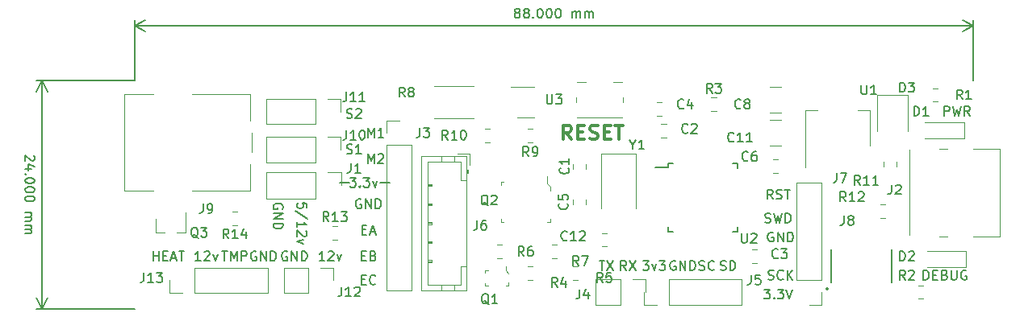
<source format=gbr>
G04 #@! TF.GenerationSoftware,KiCad,Pcbnew,5.1.5-52549c5~84~ubuntu18.04.1*
G04 #@! TF.CreationDate,2020-03-24T02:11:58-07:00*
G04 #@! TF.ProjectId,motor-control,6d6f746f-722d-4636-9f6e-74726f6c2e6b,rev?*
G04 #@! TF.SameCoordinates,Original*
G04 #@! TF.FileFunction,Legend,Top*
G04 #@! TF.FilePolarity,Positive*
%FSLAX46Y46*%
G04 Gerber Fmt 4.6, Leading zero omitted, Abs format (unit mm)*
G04 Created by KiCad (PCBNEW 5.1.5-52549c5~84~ubuntu18.04.1) date 2020-03-24 02:11:58*
%MOMM*%
%LPD*%
G04 APERTURE LIST*
%ADD10C,0.150000*%
%ADD11C,0.200000*%
%ADD12C,0.300000*%
%ADD13C,0.120000*%
%ADD14C,0.100000*%
%ADD15C,0.127000*%
G04 APERTURE END LIST*
D10*
X140047619Y-42830952D02*
X139952380Y-42783333D01*
X139904761Y-42735714D01*
X139857142Y-42640476D01*
X139857142Y-42592857D01*
X139904761Y-42497619D01*
X139952380Y-42450000D01*
X140047619Y-42402380D01*
X140238095Y-42402380D01*
X140333333Y-42450000D01*
X140380952Y-42497619D01*
X140428571Y-42592857D01*
X140428571Y-42640476D01*
X140380952Y-42735714D01*
X140333333Y-42783333D01*
X140238095Y-42830952D01*
X140047619Y-42830952D01*
X139952380Y-42878571D01*
X139904761Y-42926190D01*
X139857142Y-43021428D01*
X139857142Y-43211904D01*
X139904761Y-43307142D01*
X139952380Y-43354761D01*
X140047619Y-43402380D01*
X140238095Y-43402380D01*
X140333333Y-43354761D01*
X140380952Y-43307142D01*
X140428571Y-43211904D01*
X140428571Y-43021428D01*
X140380952Y-42926190D01*
X140333333Y-42878571D01*
X140238095Y-42830952D01*
X141000000Y-42830952D02*
X140904761Y-42783333D01*
X140857142Y-42735714D01*
X140809523Y-42640476D01*
X140809523Y-42592857D01*
X140857142Y-42497619D01*
X140904761Y-42450000D01*
X141000000Y-42402380D01*
X141190476Y-42402380D01*
X141285714Y-42450000D01*
X141333333Y-42497619D01*
X141380952Y-42592857D01*
X141380952Y-42640476D01*
X141333333Y-42735714D01*
X141285714Y-42783333D01*
X141190476Y-42830952D01*
X141000000Y-42830952D01*
X140904761Y-42878571D01*
X140857142Y-42926190D01*
X140809523Y-43021428D01*
X140809523Y-43211904D01*
X140857142Y-43307142D01*
X140904761Y-43354761D01*
X141000000Y-43402380D01*
X141190476Y-43402380D01*
X141285714Y-43354761D01*
X141333333Y-43307142D01*
X141380952Y-43211904D01*
X141380952Y-43021428D01*
X141333333Y-42926190D01*
X141285714Y-42878571D01*
X141190476Y-42830952D01*
X141809523Y-43307142D02*
X141857142Y-43354761D01*
X141809523Y-43402380D01*
X141761904Y-43354761D01*
X141809523Y-43307142D01*
X141809523Y-43402380D01*
X142476190Y-42402380D02*
X142571428Y-42402380D01*
X142666666Y-42450000D01*
X142714285Y-42497619D01*
X142761904Y-42592857D01*
X142809523Y-42783333D01*
X142809523Y-43021428D01*
X142761904Y-43211904D01*
X142714285Y-43307142D01*
X142666666Y-43354761D01*
X142571428Y-43402380D01*
X142476190Y-43402380D01*
X142380952Y-43354761D01*
X142333333Y-43307142D01*
X142285714Y-43211904D01*
X142238095Y-43021428D01*
X142238095Y-42783333D01*
X142285714Y-42592857D01*
X142333333Y-42497619D01*
X142380952Y-42450000D01*
X142476190Y-42402380D01*
X143428571Y-42402380D02*
X143523809Y-42402380D01*
X143619047Y-42450000D01*
X143666666Y-42497619D01*
X143714285Y-42592857D01*
X143761904Y-42783333D01*
X143761904Y-43021428D01*
X143714285Y-43211904D01*
X143666666Y-43307142D01*
X143619047Y-43354761D01*
X143523809Y-43402380D01*
X143428571Y-43402380D01*
X143333333Y-43354761D01*
X143285714Y-43307142D01*
X143238095Y-43211904D01*
X143190476Y-43021428D01*
X143190476Y-42783333D01*
X143238095Y-42592857D01*
X143285714Y-42497619D01*
X143333333Y-42450000D01*
X143428571Y-42402380D01*
X144380952Y-42402380D02*
X144476190Y-42402380D01*
X144571428Y-42450000D01*
X144619047Y-42497619D01*
X144666666Y-42592857D01*
X144714285Y-42783333D01*
X144714285Y-43021428D01*
X144666666Y-43211904D01*
X144619047Y-43307142D01*
X144571428Y-43354761D01*
X144476190Y-43402380D01*
X144380952Y-43402380D01*
X144285714Y-43354761D01*
X144238095Y-43307142D01*
X144190476Y-43211904D01*
X144142857Y-43021428D01*
X144142857Y-42783333D01*
X144190476Y-42592857D01*
X144238095Y-42497619D01*
X144285714Y-42450000D01*
X144380952Y-42402380D01*
X145904761Y-43402380D02*
X145904761Y-42735714D01*
X145904761Y-42830952D02*
X145952380Y-42783333D01*
X146047619Y-42735714D01*
X146190476Y-42735714D01*
X146285714Y-42783333D01*
X146333333Y-42878571D01*
X146333333Y-43402380D01*
X146333333Y-42878571D02*
X146380952Y-42783333D01*
X146476190Y-42735714D01*
X146619047Y-42735714D01*
X146714285Y-42783333D01*
X146761904Y-42878571D01*
X146761904Y-43402380D01*
X147238095Y-43402380D02*
X147238095Y-42735714D01*
X147238095Y-42830952D02*
X147285714Y-42783333D01*
X147380952Y-42735714D01*
X147523809Y-42735714D01*
X147619047Y-42783333D01*
X147666666Y-42878571D01*
X147666666Y-43402380D01*
X147666666Y-42878571D02*
X147714285Y-42783333D01*
X147809523Y-42735714D01*
X147952380Y-42735714D01*
X148047619Y-42783333D01*
X148095238Y-42878571D01*
X148095238Y-43402380D01*
X100000000Y-44250000D02*
X188000000Y-44250000D01*
X100000000Y-50000000D02*
X100000000Y-43663579D01*
X188000000Y-50000000D02*
X188000000Y-43663579D01*
X188000000Y-44250000D02*
X186873496Y-44836421D01*
X188000000Y-44250000D02*
X186873496Y-43663579D01*
X100000000Y-44250000D02*
X101126504Y-44836421D01*
X100000000Y-44250000D02*
X101126504Y-43663579D01*
X89402380Y-57857142D02*
X89450000Y-57904761D01*
X89497619Y-58000000D01*
X89497619Y-58238095D01*
X89450000Y-58333333D01*
X89402380Y-58380952D01*
X89307142Y-58428571D01*
X89211904Y-58428571D01*
X89069047Y-58380952D01*
X88497619Y-57809523D01*
X88497619Y-58428571D01*
X89164285Y-59285714D02*
X88497619Y-59285714D01*
X89545238Y-59047619D02*
X88830952Y-58809523D01*
X88830952Y-59428571D01*
X88592857Y-59809523D02*
X88545238Y-59857142D01*
X88497619Y-59809523D01*
X88545238Y-59761904D01*
X88592857Y-59809523D01*
X88497619Y-59809523D01*
X89497619Y-60476190D02*
X89497619Y-60571428D01*
X89450000Y-60666666D01*
X89402380Y-60714285D01*
X89307142Y-60761904D01*
X89116666Y-60809523D01*
X88878571Y-60809523D01*
X88688095Y-60761904D01*
X88592857Y-60714285D01*
X88545238Y-60666666D01*
X88497619Y-60571428D01*
X88497619Y-60476190D01*
X88545238Y-60380952D01*
X88592857Y-60333333D01*
X88688095Y-60285714D01*
X88878571Y-60238095D01*
X89116666Y-60238095D01*
X89307142Y-60285714D01*
X89402380Y-60333333D01*
X89450000Y-60380952D01*
X89497619Y-60476190D01*
X89497619Y-61428571D02*
X89497619Y-61523809D01*
X89450000Y-61619047D01*
X89402380Y-61666666D01*
X89307142Y-61714285D01*
X89116666Y-61761904D01*
X88878571Y-61761904D01*
X88688095Y-61714285D01*
X88592857Y-61666666D01*
X88545238Y-61619047D01*
X88497619Y-61523809D01*
X88497619Y-61428571D01*
X88545238Y-61333333D01*
X88592857Y-61285714D01*
X88688095Y-61238095D01*
X88878571Y-61190476D01*
X89116666Y-61190476D01*
X89307142Y-61238095D01*
X89402380Y-61285714D01*
X89450000Y-61333333D01*
X89497619Y-61428571D01*
X89497619Y-62380952D02*
X89497619Y-62476190D01*
X89450000Y-62571428D01*
X89402380Y-62619047D01*
X89307142Y-62666666D01*
X89116666Y-62714285D01*
X88878571Y-62714285D01*
X88688095Y-62666666D01*
X88592857Y-62619047D01*
X88545238Y-62571428D01*
X88497619Y-62476190D01*
X88497619Y-62380952D01*
X88545238Y-62285714D01*
X88592857Y-62238095D01*
X88688095Y-62190476D01*
X88878571Y-62142857D01*
X89116666Y-62142857D01*
X89307142Y-62190476D01*
X89402380Y-62238095D01*
X89450000Y-62285714D01*
X89497619Y-62380952D01*
X88497619Y-63904761D02*
X89164285Y-63904761D01*
X89069047Y-63904761D02*
X89116666Y-63952380D01*
X89164285Y-64047619D01*
X89164285Y-64190476D01*
X89116666Y-64285714D01*
X89021428Y-64333333D01*
X88497619Y-64333333D01*
X89021428Y-64333333D02*
X89116666Y-64380952D01*
X89164285Y-64476190D01*
X89164285Y-64619047D01*
X89116666Y-64714285D01*
X89021428Y-64761904D01*
X88497619Y-64761904D01*
X88497619Y-65238095D02*
X89164285Y-65238095D01*
X89069047Y-65238095D02*
X89116666Y-65285714D01*
X89164285Y-65380952D01*
X89164285Y-65523809D01*
X89116666Y-65619047D01*
X89021428Y-65666666D01*
X88497619Y-65666666D01*
X89021428Y-65666666D02*
X89116666Y-65714285D01*
X89164285Y-65809523D01*
X89164285Y-65952380D01*
X89116666Y-66047619D01*
X89021428Y-66095238D01*
X88497619Y-66095238D01*
X90250000Y-50000000D02*
X90250000Y-74000000D01*
X100000000Y-50000000D02*
X89663579Y-50000000D01*
X100000000Y-74000000D02*
X89663579Y-74000000D01*
X90250000Y-74000000D02*
X89663579Y-72873496D01*
X90250000Y-74000000D02*
X90836421Y-72873496D01*
X90250000Y-50000000D02*
X89663579Y-51126504D01*
X90250000Y-50000000D02*
X90836421Y-51126504D01*
D11*
X119928571Y-68952380D02*
X119357142Y-68952380D01*
X119642857Y-68952380D02*
X119642857Y-67952380D01*
X119547619Y-68095238D01*
X119452380Y-68190476D01*
X119357142Y-68238095D01*
X120309523Y-68047619D02*
X120357142Y-68000000D01*
X120452380Y-67952380D01*
X120690476Y-67952380D01*
X120785714Y-68000000D01*
X120833333Y-68047619D01*
X120880952Y-68142857D01*
X120880952Y-68238095D01*
X120833333Y-68380952D01*
X120261904Y-68952380D01*
X120880952Y-68952380D01*
X121214285Y-68285714D02*
X121452380Y-68952380D01*
X121690476Y-68285714D01*
X115988095Y-68000000D02*
X115892857Y-67952380D01*
X115750000Y-67952380D01*
X115607142Y-68000000D01*
X115511904Y-68095238D01*
X115464285Y-68190476D01*
X115416666Y-68380952D01*
X115416666Y-68523809D01*
X115464285Y-68714285D01*
X115511904Y-68809523D01*
X115607142Y-68904761D01*
X115750000Y-68952380D01*
X115845238Y-68952380D01*
X115988095Y-68904761D01*
X116035714Y-68857142D01*
X116035714Y-68523809D01*
X115845238Y-68523809D01*
X116464285Y-68952380D02*
X116464285Y-67952380D01*
X117035714Y-68952380D01*
X117035714Y-67952380D01*
X117511904Y-68952380D02*
X117511904Y-67952380D01*
X117750000Y-67952380D01*
X117892857Y-68000000D01*
X117988095Y-68095238D01*
X118035714Y-68190476D01*
X118083333Y-68380952D01*
X118083333Y-68523809D01*
X118035714Y-68714285D01*
X117988095Y-68809523D01*
X117892857Y-68904761D01*
X117750000Y-68952380D01*
X117511904Y-68952380D01*
X112738095Y-68000000D02*
X112642857Y-67952380D01*
X112500000Y-67952380D01*
X112357142Y-68000000D01*
X112261904Y-68095238D01*
X112214285Y-68190476D01*
X112166666Y-68380952D01*
X112166666Y-68523809D01*
X112214285Y-68714285D01*
X112261904Y-68809523D01*
X112357142Y-68904761D01*
X112500000Y-68952380D01*
X112595238Y-68952380D01*
X112738095Y-68904761D01*
X112785714Y-68857142D01*
X112785714Y-68523809D01*
X112595238Y-68523809D01*
X113214285Y-68952380D02*
X113214285Y-67952380D01*
X113785714Y-68952380D01*
X113785714Y-67952380D01*
X114261904Y-68952380D02*
X114261904Y-67952380D01*
X114500000Y-67952380D01*
X114642857Y-68000000D01*
X114738095Y-68095238D01*
X114785714Y-68190476D01*
X114833333Y-68380952D01*
X114833333Y-68523809D01*
X114785714Y-68714285D01*
X114738095Y-68809523D01*
X114642857Y-68904761D01*
X114500000Y-68952380D01*
X114261904Y-68952380D01*
X109142857Y-67952380D02*
X109714285Y-67952380D01*
X109428571Y-68952380D02*
X109428571Y-67952380D01*
X110047619Y-68952380D02*
X110047619Y-67952380D01*
X110380952Y-68666666D01*
X110714285Y-67952380D01*
X110714285Y-68952380D01*
X111190476Y-68952380D02*
X111190476Y-67952380D01*
X111571428Y-67952380D01*
X111666666Y-68000000D01*
X111714285Y-68047619D01*
X111761904Y-68142857D01*
X111761904Y-68285714D01*
X111714285Y-68380952D01*
X111666666Y-68428571D01*
X111571428Y-68476190D01*
X111190476Y-68476190D01*
X106928571Y-68952380D02*
X106357142Y-68952380D01*
X106642857Y-68952380D02*
X106642857Y-67952380D01*
X106547619Y-68095238D01*
X106452380Y-68190476D01*
X106357142Y-68238095D01*
X107309523Y-68047619D02*
X107357142Y-68000000D01*
X107452380Y-67952380D01*
X107690476Y-67952380D01*
X107785714Y-68000000D01*
X107833333Y-68047619D01*
X107880952Y-68142857D01*
X107880952Y-68238095D01*
X107833333Y-68380952D01*
X107261904Y-68952380D01*
X107880952Y-68952380D01*
X108214285Y-68285714D02*
X108452380Y-68952380D01*
X108690476Y-68285714D01*
X101952380Y-68952380D02*
X101952380Y-67952380D01*
X101952380Y-68428571D02*
X102523809Y-68428571D01*
X102523809Y-68952380D02*
X102523809Y-67952380D01*
X103000000Y-68428571D02*
X103333333Y-68428571D01*
X103476190Y-68952380D02*
X103000000Y-68952380D01*
X103000000Y-67952380D01*
X103476190Y-67952380D01*
X103857142Y-68666666D02*
X104333333Y-68666666D01*
X103761904Y-68952380D02*
X104095238Y-67952380D01*
X104428571Y-68952380D01*
X104619047Y-67952380D02*
X105190476Y-67952380D01*
X104904761Y-68952380D02*
X104904761Y-67952380D01*
D10*
X125750000Y-60750000D02*
X126750000Y-60750000D01*
X122500000Y-60750000D02*
X121500000Y-60750000D01*
D11*
X124440476Y-55952380D02*
X124440476Y-54952380D01*
X124773809Y-55666666D01*
X125107142Y-54952380D01*
X125107142Y-55952380D01*
X126107142Y-55952380D02*
X125535714Y-55952380D01*
X125821428Y-55952380D02*
X125821428Y-54952380D01*
X125726190Y-55095238D01*
X125630952Y-55190476D01*
X125535714Y-55238095D01*
X124440476Y-58702380D02*
X124440476Y-57702380D01*
X124773809Y-58416666D01*
X125107142Y-57702380D01*
X125107142Y-58702380D01*
X125535714Y-57797619D02*
X125583333Y-57750000D01*
X125678571Y-57702380D01*
X125916666Y-57702380D01*
X126011904Y-57750000D01*
X126059523Y-57797619D01*
X126107142Y-57892857D01*
X126107142Y-57988095D01*
X126059523Y-58130952D01*
X125488095Y-58702380D01*
X126107142Y-58702380D01*
X123738095Y-62500000D02*
X123642857Y-62452380D01*
X123500000Y-62452380D01*
X123357142Y-62500000D01*
X123261904Y-62595238D01*
X123214285Y-62690476D01*
X123166666Y-62880952D01*
X123166666Y-63023809D01*
X123214285Y-63214285D01*
X123261904Y-63309523D01*
X123357142Y-63404761D01*
X123500000Y-63452380D01*
X123595238Y-63452380D01*
X123738095Y-63404761D01*
X123785714Y-63357142D01*
X123785714Y-63023809D01*
X123595238Y-63023809D01*
X124214285Y-63452380D02*
X124214285Y-62452380D01*
X124785714Y-63452380D01*
X124785714Y-62452380D01*
X125261904Y-63452380D02*
X125261904Y-62452380D01*
X125500000Y-62452380D01*
X125642857Y-62500000D01*
X125738095Y-62595238D01*
X125785714Y-62690476D01*
X125833333Y-62880952D01*
X125833333Y-63023809D01*
X125785714Y-63214285D01*
X125738095Y-63309523D01*
X125642857Y-63404761D01*
X125500000Y-63452380D01*
X125261904Y-63452380D01*
X123857142Y-65678571D02*
X124190476Y-65678571D01*
X124333333Y-66202380D02*
X123857142Y-66202380D01*
X123857142Y-65202380D01*
X124333333Y-65202380D01*
X124714285Y-65916666D02*
X125190476Y-65916666D01*
X124619047Y-66202380D02*
X124952380Y-65202380D01*
X125285714Y-66202380D01*
X123785714Y-68428571D02*
X124119047Y-68428571D01*
X124261904Y-68952380D02*
X123785714Y-68952380D01*
X123785714Y-67952380D01*
X124261904Y-67952380D01*
X125023809Y-68428571D02*
X125166666Y-68476190D01*
X125214285Y-68523809D01*
X125261904Y-68619047D01*
X125261904Y-68761904D01*
X125214285Y-68857142D01*
X125166666Y-68904761D01*
X125071428Y-68952380D01*
X124690476Y-68952380D01*
X124690476Y-67952380D01*
X125023809Y-67952380D01*
X125119047Y-68000000D01*
X125166666Y-68047619D01*
X125214285Y-68142857D01*
X125214285Y-68238095D01*
X125166666Y-68333333D01*
X125119047Y-68380952D01*
X125023809Y-68428571D01*
X124690476Y-68428571D01*
X123785714Y-70928571D02*
X124119047Y-70928571D01*
X124261904Y-71452380D02*
X123785714Y-71452380D01*
X123785714Y-70452380D01*
X124261904Y-70452380D01*
X125261904Y-71357142D02*
X125214285Y-71404761D01*
X125071428Y-71452380D01*
X124976190Y-71452380D01*
X124833333Y-71404761D01*
X124738095Y-71309523D01*
X124690476Y-71214285D01*
X124642857Y-71023809D01*
X124642857Y-70880952D01*
X124690476Y-70690476D01*
X124738095Y-70595238D01*
X124833333Y-70500000D01*
X124976190Y-70452380D01*
X125071428Y-70452380D01*
X125214285Y-70500000D01*
X125261904Y-70547619D01*
X161464285Y-69904761D02*
X161607142Y-69952380D01*
X161845238Y-69952380D01*
X161940476Y-69904761D01*
X161988095Y-69857142D01*
X162035714Y-69761904D01*
X162035714Y-69666666D01*
X161988095Y-69571428D01*
X161940476Y-69523809D01*
X161845238Y-69476190D01*
X161654761Y-69428571D01*
X161559523Y-69380952D01*
X161511904Y-69333333D01*
X161464285Y-69238095D01*
X161464285Y-69142857D01*
X161511904Y-69047619D01*
X161559523Y-69000000D01*
X161654761Y-68952380D01*
X161892857Y-68952380D01*
X162035714Y-69000000D01*
X162464285Y-69952380D02*
X162464285Y-68952380D01*
X162702380Y-68952380D01*
X162845238Y-69000000D01*
X162940476Y-69095238D01*
X162988095Y-69190476D01*
X163035714Y-69380952D01*
X163035714Y-69523809D01*
X162988095Y-69714285D01*
X162940476Y-69809523D01*
X162845238Y-69904761D01*
X162702380Y-69952380D01*
X162464285Y-69952380D01*
X159214285Y-69904761D02*
X159357142Y-69952380D01*
X159595238Y-69952380D01*
X159690476Y-69904761D01*
X159738095Y-69857142D01*
X159785714Y-69761904D01*
X159785714Y-69666666D01*
X159738095Y-69571428D01*
X159690476Y-69523809D01*
X159595238Y-69476190D01*
X159404761Y-69428571D01*
X159309523Y-69380952D01*
X159261904Y-69333333D01*
X159214285Y-69238095D01*
X159214285Y-69142857D01*
X159261904Y-69047619D01*
X159309523Y-69000000D01*
X159404761Y-68952380D01*
X159642857Y-68952380D01*
X159785714Y-69000000D01*
X160785714Y-69857142D02*
X160738095Y-69904761D01*
X160595238Y-69952380D01*
X160500000Y-69952380D01*
X160357142Y-69904761D01*
X160261904Y-69809523D01*
X160214285Y-69714285D01*
X160166666Y-69523809D01*
X160166666Y-69380952D01*
X160214285Y-69190476D01*
X160261904Y-69095238D01*
X160357142Y-69000000D01*
X160500000Y-68952380D01*
X160595238Y-68952380D01*
X160738095Y-69000000D01*
X160785714Y-69047619D01*
X156738095Y-69000000D02*
X156642857Y-68952380D01*
X156500000Y-68952380D01*
X156357142Y-69000000D01*
X156261904Y-69095238D01*
X156214285Y-69190476D01*
X156166666Y-69380952D01*
X156166666Y-69523809D01*
X156214285Y-69714285D01*
X156261904Y-69809523D01*
X156357142Y-69904761D01*
X156500000Y-69952380D01*
X156595238Y-69952380D01*
X156738095Y-69904761D01*
X156785714Y-69857142D01*
X156785714Y-69523809D01*
X156595238Y-69523809D01*
X157214285Y-69952380D02*
X157214285Y-68952380D01*
X157785714Y-69952380D01*
X157785714Y-68952380D01*
X158261904Y-69952380D02*
X158261904Y-68952380D01*
X158500000Y-68952380D01*
X158642857Y-69000000D01*
X158738095Y-69095238D01*
X158785714Y-69190476D01*
X158833333Y-69380952D01*
X158833333Y-69523809D01*
X158785714Y-69714285D01*
X158738095Y-69809523D01*
X158642857Y-69904761D01*
X158500000Y-69952380D01*
X158261904Y-69952380D01*
X153309523Y-68952380D02*
X153928571Y-68952380D01*
X153595238Y-69333333D01*
X153738095Y-69333333D01*
X153833333Y-69380952D01*
X153880952Y-69428571D01*
X153928571Y-69523809D01*
X153928571Y-69761904D01*
X153880952Y-69857142D01*
X153833333Y-69904761D01*
X153738095Y-69952380D01*
X153452380Y-69952380D01*
X153357142Y-69904761D01*
X153309523Y-69857142D01*
X154261904Y-69285714D02*
X154500000Y-69952380D01*
X154738095Y-69285714D01*
X155023809Y-68952380D02*
X155642857Y-68952380D01*
X155309523Y-69333333D01*
X155452380Y-69333333D01*
X155547619Y-69380952D01*
X155595238Y-69428571D01*
X155642857Y-69523809D01*
X155642857Y-69761904D01*
X155595238Y-69857142D01*
X155547619Y-69904761D01*
X155452380Y-69952380D01*
X155166666Y-69952380D01*
X155071428Y-69904761D01*
X155023809Y-69857142D01*
X122238095Y-53904761D02*
X122380952Y-53952380D01*
X122619047Y-53952380D01*
X122714285Y-53904761D01*
X122761904Y-53857142D01*
X122809523Y-53761904D01*
X122809523Y-53666666D01*
X122761904Y-53571428D01*
X122714285Y-53523809D01*
X122619047Y-53476190D01*
X122428571Y-53428571D01*
X122333333Y-53380952D01*
X122285714Y-53333333D01*
X122238095Y-53238095D01*
X122238095Y-53142857D01*
X122285714Y-53047619D01*
X122333333Y-53000000D01*
X122428571Y-52952380D01*
X122666666Y-52952380D01*
X122809523Y-53000000D01*
X123190476Y-53047619D02*
X123238095Y-53000000D01*
X123333333Y-52952380D01*
X123571428Y-52952380D01*
X123666666Y-53000000D01*
X123714285Y-53047619D01*
X123761904Y-53142857D01*
X123761904Y-53238095D01*
X123714285Y-53380952D01*
X123142857Y-53952380D01*
X123761904Y-53952380D01*
X122238095Y-57654761D02*
X122380952Y-57702380D01*
X122619047Y-57702380D01*
X122714285Y-57654761D01*
X122761904Y-57607142D01*
X122809523Y-57511904D01*
X122809523Y-57416666D01*
X122761904Y-57321428D01*
X122714285Y-57273809D01*
X122619047Y-57226190D01*
X122428571Y-57178571D01*
X122333333Y-57130952D01*
X122285714Y-57083333D01*
X122238095Y-56988095D01*
X122238095Y-56892857D01*
X122285714Y-56797619D01*
X122333333Y-56750000D01*
X122428571Y-56702380D01*
X122666666Y-56702380D01*
X122809523Y-56750000D01*
X123761904Y-57702380D02*
X123190476Y-57702380D01*
X123476190Y-57702380D02*
X123476190Y-56702380D01*
X123380952Y-56845238D01*
X123285714Y-56940476D01*
X123190476Y-56988095D01*
X122571428Y-60202380D02*
X123190476Y-60202380D01*
X122857142Y-60583333D01*
X123000000Y-60583333D01*
X123095238Y-60630952D01*
X123142857Y-60678571D01*
X123190476Y-60773809D01*
X123190476Y-61011904D01*
X123142857Y-61107142D01*
X123095238Y-61154761D01*
X123000000Y-61202380D01*
X122714285Y-61202380D01*
X122619047Y-61154761D01*
X122571428Y-61107142D01*
X123619047Y-61107142D02*
X123666666Y-61154761D01*
X123619047Y-61202380D01*
X123571428Y-61154761D01*
X123619047Y-61107142D01*
X123619047Y-61202380D01*
X124000000Y-60202380D02*
X124619047Y-60202380D01*
X124285714Y-60583333D01*
X124428571Y-60583333D01*
X124523809Y-60630952D01*
X124571428Y-60678571D01*
X124619047Y-60773809D01*
X124619047Y-61011904D01*
X124571428Y-61107142D01*
X124523809Y-61154761D01*
X124428571Y-61202380D01*
X124142857Y-61202380D01*
X124047619Y-61154761D01*
X124000000Y-61107142D01*
X124952380Y-60535714D02*
X125190476Y-61202380D01*
X125428571Y-60535714D01*
X151583333Y-69952380D02*
X151250000Y-69476190D01*
X151011904Y-69952380D02*
X151011904Y-68952380D01*
X151392857Y-68952380D01*
X151488095Y-69000000D01*
X151535714Y-69047619D01*
X151583333Y-69142857D01*
X151583333Y-69285714D01*
X151535714Y-69380952D01*
X151488095Y-69428571D01*
X151392857Y-69476190D01*
X151011904Y-69476190D01*
X151916666Y-68952380D02*
X152583333Y-69952380D01*
X152583333Y-68952380D02*
X151916666Y-69952380D01*
X148738095Y-68952380D02*
X149309523Y-68952380D01*
X149023809Y-69952380D02*
X149023809Y-68952380D01*
X149547619Y-68952380D02*
X150214285Y-69952380D01*
X150214285Y-68952380D02*
X149547619Y-69952380D01*
D12*
X145821428Y-56178571D02*
X145321428Y-55464285D01*
X144964285Y-56178571D02*
X144964285Y-54678571D01*
X145535714Y-54678571D01*
X145678571Y-54750000D01*
X145750000Y-54821428D01*
X145821428Y-54964285D01*
X145821428Y-55178571D01*
X145750000Y-55321428D01*
X145678571Y-55392857D01*
X145535714Y-55464285D01*
X144964285Y-55464285D01*
X146464285Y-55392857D02*
X146964285Y-55392857D01*
X147178571Y-56178571D02*
X146464285Y-56178571D01*
X146464285Y-54678571D01*
X147178571Y-54678571D01*
X147750000Y-56107142D02*
X147964285Y-56178571D01*
X148321428Y-56178571D01*
X148464285Y-56107142D01*
X148535714Y-56035714D01*
X148607142Y-55892857D01*
X148607142Y-55750000D01*
X148535714Y-55607142D01*
X148464285Y-55535714D01*
X148321428Y-55464285D01*
X148035714Y-55392857D01*
X147892857Y-55321428D01*
X147821428Y-55250000D01*
X147750000Y-55107142D01*
X147750000Y-54964285D01*
X147821428Y-54821428D01*
X147892857Y-54750000D01*
X148035714Y-54678571D01*
X148392857Y-54678571D01*
X148607142Y-54750000D01*
X149250000Y-55392857D02*
X149750000Y-55392857D01*
X149964285Y-56178571D02*
X149250000Y-56178571D01*
X149250000Y-54678571D01*
X149964285Y-54678571D01*
X150392857Y-54678571D02*
X151250000Y-54678571D01*
X150821428Y-56178571D02*
X150821428Y-54678571D01*
D11*
X166023809Y-71952380D02*
X166642857Y-71952380D01*
X166309523Y-72333333D01*
X166452380Y-72333333D01*
X166547619Y-72380952D01*
X166595238Y-72428571D01*
X166642857Y-72523809D01*
X166642857Y-72761904D01*
X166595238Y-72857142D01*
X166547619Y-72904761D01*
X166452380Y-72952380D01*
X166166666Y-72952380D01*
X166071428Y-72904761D01*
X166023809Y-72857142D01*
X167071428Y-72857142D02*
X167119047Y-72904761D01*
X167071428Y-72952380D01*
X167023809Y-72904761D01*
X167071428Y-72857142D01*
X167071428Y-72952380D01*
X167452380Y-71952380D02*
X168071428Y-71952380D01*
X167738095Y-72333333D01*
X167880952Y-72333333D01*
X167976190Y-72380952D01*
X168023809Y-72428571D01*
X168071428Y-72523809D01*
X168071428Y-72761904D01*
X168023809Y-72857142D01*
X167976190Y-72904761D01*
X167880952Y-72952380D01*
X167595238Y-72952380D01*
X167500000Y-72904761D01*
X167452380Y-72857142D01*
X168357142Y-71952380D02*
X168690476Y-72952380D01*
X169023809Y-71952380D01*
X166952380Y-62452380D02*
X166619047Y-61976190D01*
X166380952Y-62452380D02*
X166380952Y-61452380D01*
X166761904Y-61452380D01*
X166857142Y-61500000D01*
X166904761Y-61547619D01*
X166952380Y-61642857D01*
X166952380Y-61785714D01*
X166904761Y-61880952D01*
X166857142Y-61928571D01*
X166761904Y-61976190D01*
X166380952Y-61976190D01*
X167333333Y-62404761D02*
X167476190Y-62452380D01*
X167714285Y-62452380D01*
X167809523Y-62404761D01*
X167857142Y-62357142D01*
X167904761Y-62261904D01*
X167904761Y-62166666D01*
X167857142Y-62071428D01*
X167809523Y-62023809D01*
X167714285Y-61976190D01*
X167523809Y-61928571D01*
X167428571Y-61880952D01*
X167380952Y-61833333D01*
X167333333Y-61738095D01*
X167333333Y-61642857D01*
X167380952Y-61547619D01*
X167428571Y-61500000D01*
X167523809Y-61452380D01*
X167761904Y-61452380D01*
X167904761Y-61500000D01*
X168190476Y-61452380D02*
X168761904Y-61452380D01*
X168476190Y-62452380D02*
X168476190Y-61452380D01*
X166142857Y-64904761D02*
X166285714Y-64952380D01*
X166523809Y-64952380D01*
X166619047Y-64904761D01*
X166666666Y-64857142D01*
X166714285Y-64761904D01*
X166714285Y-64666666D01*
X166666666Y-64571428D01*
X166619047Y-64523809D01*
X166523809Y-64476190D01*
X166333333Y-64428571D01*
X166238095Y-64380952D01*
X166190476Y-64333333D01*
X166142857Y-64238095D01*
X166142857Y-64142857D01*
X166190476Y-64047619D01*
X166238095Y-64000000D01*
X166333333Y-63952380D01*
X166571428Y-63952380D01*
X166714285Y-64000000D01*
X167047619Y-63952380D02*
X167285714Y-64952380D01*
X167476190Y-64238095D01*
X167666666Y-64952380D01*
X167904761Y-63952380D01*
X168285714Y-64952380D02*
X168285714Y-63952380D01*
X168523809Y-63952380D01*
X168666666Y-64000000D01*
X168761904Y-64095238D01*
X168809523Y-64190476D01*
X168857142Y-64380952D01*
X168857142Y-64523809D01*
X168809523Y-64714285D01*
X168761904Y-64809523D01*
X168666666Y-64904761D01*
X168523809Y-64952380D01*
X168285714Y-64952380D01*
X166988095Y-66000000D02*
X166892857Y-65952380D01*
X166750000Y-65952380D01*
X166607142Y-66000000D01*
X166511904Y-66095238D01*
X166464285Y-66190476D01*
X166416666Y-66380952D01*
X166416666Y-66523809D01*
X166464285Y-66714285D01*
X166511904Y-66809523D01*
X166607142Y-66904761D01*
X166750000Y-66952380D01*
X166845238Y-66952380D01*
X166988095Y-66904761D01*
X167035714Y-66857142D01*
X167035714Y-66523809D01*
X166845238Y-66523809D01*
X167464285Y-66952380D02*
X167464285Y-65952380D01*
X168035714Y-66952380D01*
X168035714Y-65952380D01*
X168511904Y-66952380D02*
X168511904Y-65952380D01*
X168750000Y-65952380D01*
X168892857Y-66000000D01*
X168988095Y-66095238D01*
X169035714Y-66190476D01*
X169083333Y-66380952D01*
X169083333Y-66523809D01*
X169035714Y-66714285D01*
X168988095Y-66809523D01*
X168892857Y-66904761D01*
X168750000Y-66952380D01*
X168511904Y-66952380D01*
X166464285Y-70904761D02*
X166607142Y-70952380D01*
X166845238Y-70952380D01*
X166940476Y-70904761D01*
X166988095Y-70857142D01*
X167035714Y-70761904D01*
X167035714Y-70666666D01*
X166988095Y-70571428D01*
X166940476Y-70523809D01*
X166845238Y-70476190D01*
X166654761Y-70428571D01*
X166559523Y-70380952D01*
X166511904Y-70333333D01*
X166464285Y-70238095D01*
X166464285Y-70142857D01*
X166511904Y-70047619D01*
X166559523Y-70000000D01*
X166654761Y-69952380D01*
X166892857Y-69952380D01*
X167035714Y-70000000D01*
X168035714Y-70857142D02*
X167988095Y-70904761D01*
X167845238Y-70952380D01*
X167750000Y-70952380D01*
X167607142Y-70904761D01*
X167511904Y-70809523D01*
X167464285Y-70714285D01*
X167416666Y-70523809D01*
X167416666Y-70380952D01*
X167464285Y-70190476D01*
X167511904Y-70095238D01*
X167607142Y-70000000D01*
X167750000Y-69952380D01*
X167845238Y-69952380D01*
X167988095Y-70000000D01*
X168035714Y-70047619D01*
X168464285Y-70952380D02*
X168464285Y-69952380D01*
X169035714Y-70952380D02*
X168607142Y-70380952D01*
X169035714Y-69952380D02*
X168464285Y-70523809D01*
X182761904Y-70952380D02*
X182761904Y-69952380D01*
X183000000Y-69952380D01*
X183142857Y-70000000D01*
X183238095Y-70095238D01*
X183285714Y-70190476D01*
X183333333Y-70380952D01*
X183333333Y-70523809D01*
X183285714Y-70714285D01*
X183238095Y-70809523D01*
X183142857Y-70904761D01*
X183000000Y-70952380D01*
X182761904Y-70952380D01*
X183761904Y-70428571D02*
X184095238Y-70428571D01*
X184238095Y-70952380D02*
X183761904Y-70952380D01*
X183761904Y-69952380D01*
X184238095Y-69952380D01*
X185000000Y-70428571D02*
X185142857Y-70476190D01*
X185190476Y-70523809D01*
X185238095Y-70619047D01*
X185238095Y-70761904D01*
X185190476Y-70857142D01*
X185142857Y-70904761D01*
X185047619Y-70952380D01*
X184666666Y-70952380D01*
X184666666Y-69952380D01*
X185000000Y-69952380D01*
X185095238Y-70000000D01*
X185142857Y-70047619D01*
X185190476Y-70142857D01*
X185190476Y-70238095D01*
X185142857Y-70333333D01*
X185095238Y-70380952D01*
X185000000Y-70428571D01*
X184666666Y-70428571D01*
X185666666Y-69952380D02*
X185666666Y-70761904D01*
X185714285Y-70857142D01*
X185761904Y-70904761D01*
X185857142Y-70952380D01*
X186047619Y-70952380D01*
X186142857Y-70904761D01*
X186190476Y-70857142D01*
X186238095Y-70761904D01*
X186238095Y-69952380D01*
X187238095Y-70000000D02*
X187142857Y-69952380D01*
X187000000Y-69952380D01*
X186857142Y-70000000D01*
X186761904Y-70095238D01*
X186714285Y-70190476D01*
X186666666Y-70380952D01*
X186666666Y-70523809D01*
X186714285Y-70714285D01*
X186761904Y-70809523D01*
X186857142Y-70904761D01*
X187000000Y-70952380D01*
X187095238Y-70952380D01*
X187238095Y-70904761D01*
X187285714Y-70857142D01*
X187285714Y-70523809D01*
X187095238Y-70523809D01*
X184916666Y-53702380D02*
X184916666Y-52702380D01*
X185297619Y-52702380D01*
X185392857Y-52750000D01*
X185440476Y-52797619D01*
X185488095Y-52892857D01*
X185488095Y-53035714D01*
X185440476Y-53130952D01*
X185392857Y-53178571D01*
X185297619Y-53226190D01*
X184916666Y-53226190D01*
X185821428Y-52702380D02*
X186059523Y-53702380D01*
X186250000Y-52988095D01*
X186440476Y-53702380D01*
X186678571Y-52702380D01*
X187630952Y-53702380D02*
X187297619Y-53226190D01*
X187059523Y-53702380D02*
X187059523Y-52702380D01*
X187440476Y-52702380D01*
X187535714Y-52750000D01*
X187583333Y-52797619D01*
X187630952Y-52892857D01*
X187630952Y-53035714D01*
X187583333Y-53130952D01*
X187535714Y-53178571D01*
X187440476Y-53226190D01*
X187059523Y-53226190D01*
X115500000Y-63488095D02*
X115547619Y-63392857D01*
X115547619Y-63250000D01*
X115500000Y-63107142D01*
X115404761Y-63011904D01*
X115309523Y-62964285D01*
X115119047Y-62916666D01*
X114976190Y-62916666D01*
X114785714Y-62964285D01*
X114690476Y-63011904D01*
X114595238Y-63107142D01*
X114547619Y-63250000D01*
X114547619Y-63345238D01*
X114595238Y-63488095D01*
X114642857Y-63535714D01*
X114976190Y-63535714D01*
X114976190Y-63345238D01*
X114547619Y-63964285D02*
X115547619Y-63964285D01*
X114547619Y-64535714D01*
X115547619Y-64535714D01*
X114547619Y-65011904D02*
X115547619Y-65011904D01*
X115547619Y-65250000D01*
X115500000Y-65392857D01*
X115404761Y-65488095D01*
X115309523Y-65535714D01*
X115119047Y-65583333D01*
X114976190Y-65583333D01*
X114785714Y-65535714D01*
X114690476Y-65488095D01*
X114595238Y-65392857D01*
X114547619Y-65250000D01*
X114547619Y-65011904D01*
X118047619Y-63380952D02*
X118047619Y-62904761D01*
X117571428Y-62857142D01*
X117619047Y-62904761D01*
X117666666Y-63000000D01*
X117666666Y-63238095D01*
X117619047Y-63333333D01*
X117571428Y-63380952D01*
X117476190Y-63428571D01*
X117238095Y-63428571D01*
X117142857Y-63380952D01*
X117095238Y-63333333D01*
X117047619Y-63238095D01*
X117047619Y-63000000D01*
X117095238Y-62904761D01*
X117142857Y-62857142D01*
X118095238Y-64571428D02*
X116809523Y-63714285D01*
X117047619Y-65428571D02*
X117047619Y-64857142D01*
X117047619Y-65142857D02*
X118047619Y-65142857D01*
X117904761Y-65047619D01*
X117809523Y-64952380D01*
X117761904Y-64857142D01*
X117952380Y-65809523D02*
X118000000Y-65857142D01*
X118047619Y-65952380D01*
X118047619Y-66190476D01*
X118000000Y-66285714D01*
X117952380Y-66333333D01*
X117857142Y-66380952D01*
X117761904Y-66380952D01*
X117619047Y-66333333D01*
X117047619Y-65761904D01*
X117047619Y-66380952D01*
X117714285Y-66714285D02*
X117047619Y-66952380D01*
X117714285Y-67190476D01*
D13*
X172080000Y-73580000D02*
X170750000Y-73580000D01*
X172080000Y-72250000D02*
X172080000Y-73580000D01*
X172080000Y-70980000D02*
X169420000Y-70980000D01*
X169420000Y-70980000D02*
X169420000Y-60760000D01*
X172080000Y-70980000D02*
X172080000Y-60760000D01*
X172080000Y-60760000D02*
X169420000Y-60760000D01*
X179960000Y-58491422D02*
X179960000Y-59008578D01*
X178540000Y-58491422D02*
X178540000Y-59008578D01*
X141758578Y-69540000D02*
X141241422Y-69540000D01*
X141758578Y-70960000D02*
X141241422Y-70960000D01*
X153580000Y-70920000D02*
X153580000Y-72250000D01*
X152250000Y-70920000D02*
X153580000Y-70920000D01*
X150980000Y-70920000D02*
X150980000Y-73580000D01*
X150980000Y-73580000D02*
X148380000Y-73580000D01*
X150980000Y-70920000D02*
X148380000Y-70920000D01*
X148380000Y-70920000D02*
X148380000Y-73580000D01*
X177915000Y-51465000D02*
X177915000Y-55350000D01*
X181085000Y-51465000D02*
X177915000Y-51465000D01*
X181085000Y-55350000D02*
X181085000Y-51465000D01*
X187000000Y-56100000D02*
X187000000Y-54400000D01*
X186950000Y-54400000D02*
X182900000Y-54400000D01*
X186950000Y-56100000D02*
X182900000Y-56100000D01*
D14*
X138400000Y-64850000D02*
X138400000Y-64550000D01*
X138700000Y-64850000D02*
X138400000Y-64850000D01*
X143600000Y-64850000D02*
X143600000Y-64550000D01*
X143300000Y-64850000D02*
X143600000Y-64850000D01*
X138400000Y-60650000D02*
X138400000Y-60950000D01*
X138700000Y-60650000D02*
X138400000Y-60650000D01*
X143300000Y-60850000D02*
X143300000Y-60050000D01*
X143600000Y-61150000D02*
X143300000Y-60850000D01*
X143600000Y-61550000D02*
X143600000Y-61150000D01*
D13*
X118980000Y-59610000D02*
X113780000Y-59610000D01*
X113780000Y-59610000D02*
X113780000Y-62390000D01*
X113780000Y-62390000D02*
X118980000Y-62390000D01*
X118980000Y-62390000D02*
X118980000Y-59610000D01*
X120250000Y-59610000D02*
X121640000Y-59610000D01*
X121640000Y-59610000D02*
X121640000Y-61000000D01*
X136741422Y-55040000D02*
X137258578Y-55040000D01*
X136741422Y-56460000D02*
X137258578Y-56460000D01*
D10*
X155979000Y-58667000D02*
X155979000Y-59117000D01*
X163229000Y-58667000D02*
X163229000Y-59192000D01*
X163229000Y-65917000D02*
X163229000Y-65392000D01*
X155979000Y-65917000D02*
X155979000Y-65392000D01*
X155979000Y-58667000D02*
X156504000Y-58667000D01*
X155979000Y-65917000D02*
X156504000Y-65917000D01*
X163229000Y-65917000D02*
X162704000Y-65917000D01*
X163229000Y-58667000D02*
X162704000Y-58667000D01*
X155979000Y-59117000D02*
X154604000Y-59117000D01*
D14*
X136775000Y-71550000D02*
X136775000Y-71325000D01*
X137075000Y-71550000D02*
X136775000Y-71550000D01*
X136775000Y-69950000D02*
X136775000Y-70200000D01*
X137050000Y-69950000D02*
X136775000Y-69950000D01*
X139225000Y-71550000D02*
X139225000Y-71250000D01*
X138925000Y-71550000D02*
X139225000Y-71550000D01*
X138925000Y-69950000D02*
X138925000Y-69550000D01*
X139225000Y-70275000D02*
X138925000Y-69950000D01*
D13*
X141900000Y-50640000D02*
X139450000Y-50640000D01*
X140100000Y-53860000D02*
X141900000Y-53860000D01*
X177160000Y-53090000D02*
X175900000Y-53090000D01*
X170340000Y-53090000D02*
X171600000Y-53090000D01*
X177160000Y-56850000D02*
X177160000Y-53090000D01*
X170340000Y-59100000D02*
X170340000Y-53090000D01*
X141241422Y-56460000D02*
X141758578Y-56460000D01*
X141241422Y-55040000D02*
X141758578Y-55040000D01*
X138508578Y-67290000D02*
X137991422Y-67290000D01*
X138508578Y-68710000D02*
X137991422Y-68710000D01*
X182241422Y-72960000D02*
X182758578Y-72960000D01*
X182241422Y-71540000D02*
X182758578Y-71540000D01*
X145940000Y-58741422D02*
X145940000Y-59258578D01*
X147360000Y-58741422D02*
X147360000Y-59258578D01*
X160491422Y-51790000D02*
X161008578Y-51790000D01*
X160491422Y-53210000D02*
X161008578Y-53210000D01*
X187250000Y-69600000D02*
X187250000Y-67900000D01*
X187200000Y-67900000D02*
X183150000Y-67900000D01*
X187200000Y-69600000D02*
X183150000Y-69600000D01*
X135110000Y-57640000D02*
X133860000Y-57640000D01*
X135110000Y-58890000D02*
X135110000Y-57640000D01*
X130700000Y-69000000D02*
X131200000Y-69000000D01*
X131200000Y-69100000D02*
X130700000Y-69100000D01*
X131200000Y-68900000D02*
X131200000Y-69100000D01*
X130700000Y-68900000D02*
X131200000Y-68900000D01*
X130700000Y-67000000D02*
X131200000Y-67000000D01*
X131200000Y-67100000D02*
X130700000Y-67100000D01*
X131200000Y-66900000D02*
X131200000Y-67100000D01*
X130700000Y-66900000D02*
X131200000Y-66900000D01*
X130700000Y-65000000D02*
X131200000Y-65000000D01*
X131200000Y-65100000D02*
X130700000Y-65100000D01*
X131200000Y-64900000D02*
X131200000Y-65100000D01*
X130700000Y-64900000D02*
X131200000Y-64900000D01*
X130700000Y-63000000D02*
X131200000Y-63000000D01*
X131200000Y-63100000D02*
X130700000Y-63100000D01*
X131200000Y-62900000D02*
X131200000Y-63100000D01*
X130700000Y-62900000D02*
X131200000Y-62900000D01*
X130700000Y-61000000D02*
X131200000Y-61000000D01*
X131200000Y-61100000D02*
X130700000Y-61100000D01*
X131200000Y-60900000D02*
X131200000Y-61100000D01*
X130700000Y-60900000D02*
X131200000Y-60900000D01*
X132200000Y-72060000D02*
X132200000Y-71450000D01*
X133500000Y-72060000D02*
X133500000Y-71450000D01*
X132200000Y-57940000D02*
X132200000Y-58550000D01*
X133500000Y-57940000D02*
X133500000Y-58550000D01*
X134200000Y-69500000D02*
X134810000Y-69500000D01*
X134200000Y-71450000D02*
X134200000Y-69500000D01*
X130700000Y-71450000D02*
X134200000Y-71450000D01*
X130700000Y-58550000D02*
X130700000Y-71450000D01*
X134200000Y-58550000D02*
X130700000Y-58550000D01*
X134200000Y-60500000D02*
X134200000Y-58550000D01*
X134810000Y-60500000D02*
X134200000Y-60500000D01*
X134910000Y-59700000D02*
X134910000Y-59400000D01*
X135010000Y-59400000D02*
X134810000Y-59400000D01*
X135010000Y-59700000D02*
X135010000Y-59400000D01*
X134810000Y-59700000D02*
X135010000Y-59700000D01*
X134810000Y-72060000D02*
X134810000Y-57940000D01*
X130090000Y-72060000D02*
X134810000Y-72060000D01*
X130090000Y-57940000D02*
X130090000Y-72060000D01*
X134810000Y-57940000D02*
X130090000Y-57940000D01*
X149508578Y-67460000D02*
X148991422Y-67460000D01*
X149508578Y-66040000D02*
X148991422Y-66040000D01*
X184400000Y-66370000D02*
X185300000Y-66370000D01*
X184400000Y-57180000D02*
X185300000Y-57180000D01*
X188000000Y-66370000D02*
X190730000Y-66370000D01*
X188000000Y-57180000D02*
X190730000Y-57180000D01*
X181320000Y-66250000D02*
X181320000Y-57300000D01*
X190730000Y-66370000D02*
X190730000Y-57180000D01*
X146508578Y-70960000D02*
X145991422Y-70960000D01*
X146508578Y-69540000D02*
X145991422Y-69540000D01*
X178758578Y-64460000D02*
X178241422Y-64460000D01*
X178758578Y-63040000D02*
X178241422Y-63040000D01*
X153420000Y-73580000D02*
X153420000Y-72250000D01*
X154750000Y-73580000D02*
X153420000Y-73580000D01*
X156020000Y-73580000D02*
X156020000Y-70920000D01*
X156020000Y-70920000D02*
X163700000Y-70920000D01*
X156020000Y-73580000D02*
X163700000Y-73580000D01*
X163700000Y-73580000D02*
X163700000Y-70920000D01*
X143741422Y-68710000D02*
X144258578Y-68710000D01*
X143741422Y-67290000D02*
X144258578Y-67290000D01*
X183741422Y-50790000D02*
X184258578Y-50790000D01*
X183741422Y-52210000D02*
X184258578Y-52210000D01*
X164741422Y-69210000D02*
X165258578Y-69210000D01*
X164741422Y-67790000D02*
X165258578Y-67790000D01*
X155241422Y-55960000D02*
X155758578Y-55960000D01*
X155241422Y-54540000D02*
X155758578Y-54540000D01*
X166991422Y-59700000D02*
X167508578Y-59700000D01*
X166991422Y-58280000D02*
X167508578Y-58280000D01*
X147360000Y-63008578D02*
X147360000Y-62491422D01*
X145940000Y-63008578D02*
X145940000Y-62491422D01*
X154741422Y-53710000D02*
X155258578Y-53710000D01*
X154741422Y-52290000D02*
X155258578Y-52290000D01*
X131447936Y-50540000D02*
X135552064Y-50540000D01*
X131447936Y-53960000D02*
X135552064Y-53960000D01*
X167852064Y-53360000D02*
X166647936Y-53360000D01*
X167852064Y-50640000D02*
X166647936Y-50640000D01*
X167852064Y-54140000D02*
X166647936Y-54140000D01*
X167852064Y-56860000D02*
X166647936Y-56860000D01*
X152550000Y-63450000D02*
X152550000Y-57700000D01*
X152550000Y-57700000D02*
X148950000Y-57700000D01*
X148950000Y-57700000D02*
X148950000Y-63450000D01*
X106050000Y-51390000D02*
X112110000Y-51390000D01*
X112110000Y-51390000D02*
X112110000Y-54200000D01*
X112110000Y-58800000D02*
X112110000Y-61610000D01*
X112110000Y-61610000D02*
X106050000Y-61610000D01*
X101950000Y-61610000D02*
X98890000Y-61610000D01*
X98890000Y-61610000D02*
X98890000Y-51390000D01*
X98890000Y-51390000D02*
X101950000Y-51390000D01*
X112300000Y-55500000D02*
X112300000Y-57500000D01*
X121580000Y-55920000D02*
X121580000Y-57250000D01*
X120250000Y-55920000D02*
X121580000Y-55920000D01*
X118980000Y-55920000D02*
X118980000Y-58580000D01*
X118980000Y-58580000D02*
X113840000Y-58580000D01*
X118980000Y-55920000D02*
X113840000Y-55920000D01*
X113840000Y-55920000D02*
X113840000Y-58580000D01*
X113840000Y-51920000D02*
X113840000Y-54580000D01*
X118980000Y-51920000D02*
X113840000Y-51920000D01*
X118980000Y-54580000D02*
X113840000Y-54580000D01*
X118980000Y-51920000D02*
X118980000Y-54580000D01*
X120250000Y-51920000D02*
X121580000Y-51920000D01*
X121580000Y-51920000D02*
X121580000Y-53250000D01*
X115630000Y-69670000D02*
X115630000Y-72330000D01*
X118230000Y-69670000D02*
X115630000Y-69670000D01*
X118230000Y-72330000D02*
X115630000Y-72330000D01*
X118230000Y-69670000D02*
X118230000Y-72330000D01*
X119500000Y-69670000D02*
X120830000Y-69670000D01*
X120830000Y-69670000D02*
X120830000Y-71000000D01*
X126420000Y-72070000D02*
X129080000Y-72070000D01*
X126420000Y-56770000D02*
X126420000Y-72070000D01*
X129080000Y-56770000D02*
X129080000Y-72070000D01*
X126420000Y-56770000D02*
X129080000Y-56770000D01*
X126420000Y-55500000D02*
X126420000Y-54170000D01*
X126420000Y-54170000D02*
X127750000Y-54170000D01*
X151100000Y-50150000D02*
X150175000Y-50150000D01*
X151100000Y-53850000D02*
X146400000Y-53850000D01*
X146300000Y-52275000D02*
X146300000Y-51725000D01*
X151200000Y-52275000D02*
X151200000Y-51725000D01*
X147325000Y-50150000D02*
X146400000Y-50150000D01*
D15*
X173075000Y-67785000D02*
X173075000Y-71215000D01*
X179425000Y-71215000D02*
X179425000Y-67785000D01*
X172791419Y-71900000D02*
G75*
G03X172791419Y-71900000I-141419J0D01*
G01*
D13*
X113950000Y-72330000D02*
X113950000Y-69670000D01*
X106270000Y-72330000D02*
X113950000Y-72330000D01*
X106270000Y-69670000D02*
X113950000Y-69670000D01*
X106270000Y-72330000D02*
X106270000Y-69670000D01*
X105000000Y-72330000D02*
X103670000Y-72330000D01*
X103670000Y-72330000D02*
X103670000Y-71000000D01*
X102170000Y-66010000D02*
X103100000Y-66010000D01*
X105330000Y-66010000D02*
X104400000Y-66010000D01*
X105330000Y-66010000D02*
X105330000Y-63850000D01*
X102170000Y-66010000D02*
X102170000Y-64550000D01*
X120741422Y-66710000D02*
X121258578Y-66710000D01*
X120741422Y-65290000D02*
X121258578Y-65290000D01*
X110758578Y-65210000D02*
X110241422Y-65210000D01*
X110758578Y-63790000D02*
X110241422Y-63790000D01*
D10*
X173666666Y-59702380D02*
X173666666Y-60416666D01*
X173619047Y-60559523D01*
X173523809Y-60654761D01*
X173380952Y-60702380D01*
X173285714Y-60702380D01*
X174047619Y-59702380D02*
X174714285Y-59702380D01*
X174285714Y-60702380D01*
X176107142Y-60952380D02*
X175773809Y-60476190D01*
X175535714Y-60952380D02*
X175535714Y-59952380D01*
X175916666Y-59952380D01*
X176011904Y-60000000D01*
X176059523Y-60047619D01*
X176107142Y-60142857D01*
X176107142Y-60285714D01*
X176059523Y-60380952D01*
X176011904Y-60428571D01*
X175916666Y-60476190D01*
X175535714Y-60476190D01*
X177059523Y-60952380D02*
X176488095Y-60952380D01*
X176773809Y-60952380D02*
X176773809Y-59952380D01*
X176678571Y-60095238D01*
X176583333Y-60190476D01*
X176488095Y-60238095D01*
X178011904Y-60952380D02*
X177440476Y-60952380D01*
X177726190Y-60952380D02*
X177726190Y-59952380D01*
X177630952Y-60095238D01*
X177535714Y-60190476D01*
X177440476Y-60238095D01*
X144333333Y-71702380D02*
X144000000Y-71226190D01*
X143761904Y-71702380D02*
X143761904Y-70702380D01*
X144142857Y-70702380D01*
X144238095Y-70750000D01*
X144285714Y-70797619D01*
X144333333Y-70892857D01*
X144333333Y-71035714D01*
X144285714Y-71130952D01*
X144238095Y-71178571D01*
X144142857Y-71226190D01*
X143761904Y-71226190D01*
X145190476Y-71035714D02*
X145190476Y-71702380D01*
X144952380Y-70654761D02*
X144714285Y-71369047D01*
X145333333Y-71369047D01*
X146666666Y-71952380D02*
X146666666Y-72666666D01*
X146619047Y-72809523D01*
X146523809Y-72904761D01*
X146380952Y-72952380D01*
X146285714Y-72952380D01*
X147571428Y-72285714D02*
X147571428Y-72952380D01*
X147333333Y-71904761D02*
X147095238Y-72619047D01*
X147714285Y-72619047D01*
X180261904Y-51202380D02*
X180261904Y-50202380D01*
X180500000Y-50202380D01*
X180642857Y-50250000D01*
X180738095Y-50345238D01*
X180785714Y-50440476D01*
X180833333Y-50630952D01*
X180833333Y-50773809D01*
X180785714Y-50964285D01*
X180738095Y-51059523D01*
X180642857Y-51154761D01*
X180500000Y-51202380D01*
X180261904Y-51202380D01*
X181166666Y-50202380D02*
X181785714Y-50202380D01*
X181452380Y-50583333D01*
X181595238Y-50583333D01*
X181690476Y-50630952D01*
X181738095Y-50678571D01*
X181785714Y-50773809D01*
X181785714Y-51011904D01*
X181738095Y-51107142D01*
X181690476Y-51154761D01*
X181595238Y-51202380D01*
X181309523Y-51202380D01*
X181214285Y-51154761D01*
X181166666Y-51107142D01*
X181761904Y-53702380D02*
X181761904Y-52702380D01*
X182000000Y-52702380D01*
X182142857Y-52750000D01*
X182238095Y-52845238D01*
X182285714Y-52940476D01*
X182333333Y-53130952D01*
X182333333Y-53273809D01*
X182285714Y-53464285D01*
X182238095Y-53559523D01*
X182142857Y-53654761D01*
X182000000Y-53702380D01*
X181761904Y-53702380D01*
X183285714Y-53702380D02*
X182714285Y-53702380D01*
X183000000Y-53702380D02*
X183000000Y-52702380D01*
X182904761Y-52845238D01*
X182809523Y-52940476D01*
X182714285Y-52988095D01*
X137085761Y-63140619D02*
X136990523Y-63093000D01*
X136895285Y-62997761D01*
X136752428Y-62854904D01*
X136657190Y-62807285D01*
X136561952Y-62807285D01*
X136609571Y-63045380D02*
X136514333Y-62997761D01*
X136419095Y-62902523D01*
X136371476Y-62712047D01*
X136371476Y-62378714D01*
X136419095Y-62188238D01*
X136514333Y-62093000D01*
X136609571Y-62045380D01*
X136800047Y-62045380D01*
X136895285Y-62093000D01*
X136990523Y-62188238D01*
X137038142Y-62378714D01*
X137038142Y-62712047D01*
X136990523Y-62902523D01*
X136895285Y-62997761D01*
X136800047Y-63045380D01*
X136609571Y-63045380D01*
X137419095Y-62140619D02*
X137466714Y-62093000D01*
X137561952Y-62045380D01*
X137800047Y-62045380D01*
X137895285Y-62093000D01*
X137942904Y-62140619D01*
X137990523Y-62235857D01*
X137990523Y-62331095D01*
X137942904Y-62473952D01*
X137371476Y-63045380D01*
X137990523Y-63045380D01*
X122666666Y-58702380D02*
X122666666Y-59416666D01*
X122619047Y-59559523D01*
X122523809Y-59654761D01*
X122380952Y-59702380D01*
X122285714Y-59702380D01*
X123666666Y-59702380D02*
X123095238Y-59702380D01*
X123380952Y-59702380D02*
X123380952Y-58702380D01*
X123285714Y-58845238D01*
X123190476Y-58940476D01*
X123095238Y-58988095D01*
X132857142Y-56202380D02*
X132523809Y-55726190D01*
X132285714Y-56202380D02*
X132285714Y-55202380D01*
X132666666Y-55202380D01*
X132761904Y-55250000D01*
X132809523Y-55297619D01*
X132857142Y-55392857D01*
X132857142Y-55535714D01*
X132809523Y-55630952D01*
X132761904Y-55678571D01*
X132666666Y-55726190D01*
X132285714Y-55726190D01*
X133809523Y-56202380D02*
X133238095Y-56202380D01*
X133523809Y-56202380D02*
X133523809Y-55202380D01*
X133428571Y-55345238D01*
X133333333Y-55440476D01*
X133238095Y-55488095D01*
X134428571Y-55202380D02*
X134523809Y-55202380D01*
X134619047Y-55250000D01*
X134666666Y-55297619D01*
X134714285Y-55392857D01*
X134761904Y-55583333D01*
X134761904Y-55821428D01*
X134714285Y-56011904D01*
X134666666Y-56107142D01*
X134619047Y-56154761D01*
X134523809Y-56202380D01*
X134428571Y-56202380D01*
X134333333Y-56154761D01*
X134285714Y-56107142D01*
X134238095Y-56011904D01*
X134190476Y-55821428D01*
X134190476Y-55583333D01*
X134238095Y-55392857D01*
X134285714Y-55297619D01*
X134333333Y-55250000D01*
X134428571Y-55202380D01*
X163668095Y-66062380D02*
X163668095Y-66871904D01*
X163715714Y-66967142D01*
X163763333Y-67014761D01*
X163858571Y-67062380D01*
X164049047Y-67062380D01*
X164144285Y-67014761D01*
X164191904Y-66967142D01*
X164239523Y-66871904D01*
X164239523Y-66062380D01*
X164668095Y-66157619D02*
X164715714Y-66110000D01*
X164810952Y-66062380D01*
X165049047Y-66062380D01*
X165144285Y-66110000D01*
X165191904Y-66157619D01*
X165239523Y-66252857D01*
X165239523Y-66348095D01*
X165191904Y-66490952D01*
X164620476Y-67062380D01*
X165239523Y-67062380D01*
X137154761Y-73547619D02*
X137059523Y-73500000D01*
X136964285Y-73404761D01*
X136821428Y-73261904D01*
X136726190Y-73214285D01*
X136630952Y-73214285D01*
X136678571Y-73452380D02*
X136583333Y-73404761D01*
X136488095Y-73309523D01*
X136440476Y-73119047D01*
X136440476Y-72785714D01*
X136488095Y-72595238D01*
X136583333Y-72500000D01*
X136678571Y-72452380D01*
X136869047Y-72452380D01*
X136964285Y-72500000D01*
X137059523Y-72595238D01*
X137107142Y-72785714D01*
X137107142Y-73119047D01*
X137059523Y-73309523D01*
X136964285Y-73404761D01*
X136869047Y-73452380D01*
X136678571Y-73452380D01*
X138059523Y-73452380D02*
X137488095Y-73452380D01*
X137773809Y-73452380D02*
X137773809Y-72452380D01*
X137678571Y-72595238D01*
X137583333Y-72690476D01*
X137488095Y-72738095D01*
X143238095Y-51452380D02*
X143238095Y-52261904D01*
X143285714Y-52357142D01*
X143333333Y-52404761D01*
X143428571Y-52452380D01*
X143619047Y-52452380D01*
X143714285Y-52404761D01*
X143761904Y-52357142D01*
X143809523Y-52261904D01*
X143809523Y-51452380D01*
X144190476Y-51452380D02*
X144809523Y-51452380D01*
X144476190Y-51833333D01*
X144619047Y-51833333D01*
X144714285Y-51880952D01*
X144761904Y-51928571D01*
X144809523Y-52023809D01*
X144809523Y-52261904D01*
X144761904Y-52357142D01*
X144714285Y-52404761D01*
X144619047Y-52452380D01*
X144333333Y-52452380D01*
X144238095Y-52404761D01*
X144190476Y-52357142D01*
X176238095Y-50452380D02*
X176238095Y-51261904D01*
X176285714Y-51357142D01*
X176333333Y-51404761D01*
X176428571Y-51452380D01*
X176619047Y-51452380D01*
X176714285Y-51404761D01*
X176761904Y-51357142D01*
X176809523Y-51261904D01*
X176809523Y-50452380D01*
X177809523Y-51452380D02*
X177238095Y-51452380D01*
X177523809Y-51452380D02*
X177523809Y-50452380D01*
X177428571Y-50595238D01*
X177333333Y-50690476D01*
X177238095Y-50738095D01*
X141333333Y-57952380D02*
X141000000Y-57476190D01*
X140761904Y-57952380D02*
X140761904Y-56952380D01*
X141142857Y-56952380D01*
X141238095Y-57000000D01*
X141285714Y-57047619D01*
X141333333Y-57142857D01*
X141333333Y-57285714D01*
X141285714Y-57380952D01*
X141238095Y-57428571D01*
X141142857Y-57476190D01*
X140761904Y-57476190D01*
X141809523Y-57952380D02*
X142000000Y-57952380D01*
X142095238Y-57904761D01*
X142142857Y-57857142D01*
X142238095Y-57714285D01*
X142285714Y-57523809D01*
X142285714Y-57142857D01*
X142238095Y-57047619D01*
X142190476Y-57000000D01*
X142095238Y-56952380D01*
X141904761Y-56952380D01*
X141809523Y-57000000D01*
X141761904Y-57047619D01*
X141714285Y-57142857D01*
X141714285Y-57380952D01*
X141761904Y-57476190D01*
X141809523Y-57523809D01*
X141904761Y-57571428D01*
X142095238Y-57571428D01*
X142190476Y-57523809D01*
X142238095Y-57476190D01*
X142285714Y-57380952D01*
X140833333Y-68452380D02*
X140500000Y-67976190D01*
X140261904Y-68452380D02*
X140261904Y-67452380D01*
X140642857Y-67452380D01*
X140738095Y-67500000D01*
X140785714Y-67547619D01*
X140833333Y-67642857D01*
X140833333Y-67785714D01*
X140785714Y-67880952D01*
X140738095Y-67928571D01*
X140642857Y-67976190D01*
X140261904Y-67976190D01*
X141690476Y-67452380D02*
X141500000Y-67452380D01*
X141404761Y-67500000D01*
X141357142Y-67547619D01*
X141261904Y-67690476D01*
X141214285Y-67880952D01*
X141214285Y-68261904D01*
X141261904Y-68357142D01*
X141309523Y-68404761D01*
X141404761Y-68452380D01*
X141595238Y-68452380D01*
X141690476Y-68404761D01*
X141738095Y-68357142D01*
X141785714Y-68261904D01*
X141785714Y-68023809D01*
X141738095Y-67928571D01*
X141690476Y-67880952D01*
X141595238Y-67833333D01*
X141404761Y-67833333D01*
X141309523Y-67880952D01*
X141261904Y-67928571D01*
X141214285Y-68023809D01*
X180833333Y-70952380D02*
X180500000Y-70476190D01*
X180261904Y-70952380D02*
X180261904Y-69952380D01*
X180642857Y-69952380D01*
X180738095Y-70000000D01*
X180785714Y-70047619D01*
X180833333Y-70142857D01*
X180833333Y-70285714D01*
X180785714Y-70380952D01*
X180738095Y-70428571D01*
X180642857Y-70476190D01*
X180261904Y-70476190D01*
X181214285Y-70047619D02*
X181261904Y-70000000D01*
X181357142Y-69952380D01*
X181595238Y-69952380D01*
X181690476Y-70000000D01*
X181738095Y-70047619D01*
X181785714Y-70142857D01*
X181785714Y-70238095D01*
X181738095Y-70380952D01*
X181166666Y-70952380D01*
X181785714Y-70952380D01*
X145483142Y-59166666D02*
X145530761Y-59214285D01*
X145578380Y-59357142D01*
X145578380Y-59452380D01*
X145530761Y-59595238D01*
X145435523Y-59690476D01*
X145340285Y-59738095D01*
X145149809Y-59785714D01*
X145006952Y-59785714D01*
X144816476Y-59738095D01*
X144721238Y-59690476D01*
X144626000Y-59595238D01*
X144578380Y-59452380D01*
X144578380Y-59357142D01*
X144626000Y-59214285D01*
X144673619Y-59166666D01*
X145578380Y-58214285D02*
X145578380Y-58785714D01*
X145578380Y-58500000D02*
X144578380Y-58500000D01*
X144721238Y-58595238D01*
X144816476Y-58690476D01*
X144864095Y-58785714D01*
X160583333Y-51302380D02*
X160250000Y-50826190D01*
X160011904Y-51302380D02*
X160011904Y-50302380D01*
X160392857Y-50302380D01*
X160488095Y-50350000D01*
X160535714Y-50397619D01*
X160583333Y-50492857D01*
X160583333Y-50635714D01*
X160535714Y-50730952D01*
X160488095Y-50778571D01*
X160392857Y-50826190D01*
X160011904Y-50826190D01*
X160916666Y-50302380D02*
X161535714Y-50302380D01*
X161202380Y-50683333D01*
X161345238Y-50683333D01*
X161440476Y-50730952D01*
X161488095Y-50778571D01*
X161535714Y-50873809D01*
X161535714Y-51111904D01*
X161488095Y-51207142D01*
X161440476Y-51254761D01*
X161345238Y-51302380D01*
X161059523Y-51302380D01*
X160964285Y-51254761D01*
X160916666Y-51207142D01*
X180261904Y-68952380D02*
X180261904Y-67952380D01*
X180500000Y-67952380D01*
X180642857Y-68000000D01*
X180738095Y-68095238D01*
X180785714Y-68190476D01*
X180833333Y-68380952D01*
X180833333Y-68523809D01*
X180785714Y-68714285D01*
X180738095Y-68809523D01*
X180642857Y-68904761D01*
X180500000Y-68952380D01*
X180261904Y-68952380D01*
X181214285Y-68047619D02*
X181261904Y-68000000D01*
X181357142Y-67952380D01*
X181595238Y-67952380D01*
X181690476Y-68000000D01*
X181738095Y-68047619D01*
X181785714Y-68142857D01*
X181785714Y-68238095D01*
X181738095Y-68380952D01*
X181166666Y-68952380D01*
X181785714Y-68952380D01*
X135916666Y-64702380D02*
X135916666Y-65416666D01*
X135869047Y-65559523D01*
X135773809Y-65654761D01*
X135630952Y-65702380D01*
X135535714Y-65702380D01*
X136821428Y-64702380D02*
X136630952Y-64702380D01*
X136535714Y-64750000D01*
X136488095Y-64797619D01*
X136392857Y-64940476D01*
X136345238Y-65130952D01*
X136345238Y-65511904D01*
X136392857Y-65607142D01*
X136440476Y-65654761D01*
X136535714Y-65702380D01*
X136726190Y-65702380D01*
X136821428Y-65654761D01*
X136869047Y-65607142D01*
X136916666Y-65511904D01*
X136916666Y-65273809D01*
X136869047Y-65178571D01*
X136821428Y-65130952D01*
X136726190Y-65083333D01*
X136535714Y-65083333D01*
X136440476Y-65130952D01*
X136392857Y-65178571D01*
X136345238Y-65273809D01*
X145357142Y-66743142D02*
X145309523Y-66790761D01*
X145166666Y-66838380D01*
X145071428Y-66838380D01*
X144928571Y-66790761D01*
X144833333Y-66695523D01*
X144785714Y-66600285D01*
X144738095Y-66409809D01*
X144738095Y-66266952D01*
X144785714Y-66076476D01*
X144833333Y-65981238D01*
X144928571Y-65886000D01*
X145071428Y-65838380D01*
X145166666Y-65838380D01*
X145309523Y-65886000D01*
X145357142Y-65933619D01*
X146309523Y-66838380D02*
X145738095Y-66838380D01*
X146023809Y-66838380D02*
X146023809Y-65838380D01*
X145928571Y-65981238D01*
X145833333Y-66076476D01*
X145738095Y-66124095D01*
X146690476Y-65933619D02*
X146738095Y-65886000D01*
X146833333Y-65838380D01*
X147071428Y-65838380D01*
X147166666Y-65886000D01*
X147214285Y-65933619D01*
X147261904Y-66028857D01*
X147261904Y-66124095D01*
X147214285Y-66266952D01*
X146642857Y-66838380D01*
X147261904Y-66838380D01*
X179416666Y-60952380D02*
X179416666Y-61666666D01*
X179369047Y-61809523D01*
X179273809Y-61904761D01*
X179130952Y-61952380D01*
X179035714Y-61952380D01*
X179845238Y-61047619D02*
X179892857Y-61000000D01*
X179988095Y-60952380D01*
X180226190Y-60952380D01*
X180321428Y-61000000D01*
X180369047Y-61047619D01*
X180416666Y-61142857D01*
X180416666Y-61238095D01*
X180369047Y-61380952D01*
X179797619Y-61952380D01*
X180416666Y-61952380D01*
X149083333Y-71202380D02*
X148750000Y-70726190D01*
X148511904Y-71202380D02*
X148511904Y-70202380D01*
X148892857Y-70202380D01*
X148988095Y-70250000D01*
X149035714Y-70297619D01*
X149083333Y-70392857D01*
X149083333Y-70535714D01*
X149035714Y-70630952D01*
X148988095Y-70678571D01*
X148892857Y-70726190D01*
X148511904Y-70726190D01*
X149988095Y-70202380D02*
X149511904Y-70202380D01*
X149464285Y-70678571D01*
X149511904Y-70630952D01*
X149607142Y-70583333D01*
X149845238Y-70583333D01*
X149940476Y-70630952D01*
X149988095Y-70678571D01*
X150035714Y-70773809D01*
X150035714Y-71011904D01*
X149988095Y-71107142D01*
X149940476Y-71154761D01*
X149845238Y-71202380D01*
X149607142Y-71202380D01*
X149511904Y-71154761D01*
X149464285Y-71107142D01*
X174607142Y-62702380D02*
X174273809Y-62226190D01*
X174035714Y-62702380D02*
X174035714Y-61702380D01*
X174416666Y-61702380D01*
X174511904Y-61750000D01*
X174559523Y-61797619D01*
X174607142Y-61892857D01*
X174607142Y-62035714D01*
X174559523Y-62130952D01*
X174511904Y-62178571D01*
X174416666Y-62226190D01*
X174035714Y-62226190D01*
X175559523Y-62702380D02*
X174988095Y-62702380D01*
X175273809Y-62702380D02*
X175273809Y-61702380D01*
X175178571Y-61845238D01*
X175083333Y-61940476D01*
X174988095Y-61988095D01*
X175940476Y-61797619D02*
X175988095Y-61750000D01*
X176083333Y-61702380D01*
X176321428Y-61702380D01*
X176416666Y-61750000D01*
X176464285Y-61797619D01*
X176511904Y-61892857D01*
X176511904Y-61988095D01*
X176464285Y-62130952D01*
X175892857Y-62702380D01*
X176511904Y-62702380D01*
X164666666Y-70452380D02*
X164666666Y-71166666D01*
X164619047Y-71309523D01*
X164523809Y-71404761D01*
X164380952Y-71452380D01*
X164285714Y-71452380D01*
X165619047Y-70452380D02*
X165142857Y-70452380D01*
X165095238Y-70928571D01*
X165142857Y-70880952D01*
X165238095Y-70833333D01*
X165476190Y-70833333D01*
X165571428Y-70880952D01*
X165619047Y-70928571D01*
X165666666Y-71023809D01*
X165666666Y-71261904D01*
X165619047Y-71357142D01*
X165571428Y-71404761D01*
X165476190Y-71452380D01*
X165238095Y-71452380D01*
X165142857Y-71404761D01*
X165095238Y-71357142D01*
X146583333Y-69452380D02*
X146250000Y-68976190D01*
X146011904Y-69452380D02*
X146011904Y-68452380D01*
X146392857Y-68452380D01*
X146488095Y-68500000D01*
X146535714Y-68547619D01*
X146583333Y-68642857D01*
X146583333Y-68785714D01*
X146535714Y-68880952D01*
X146488095Y-68928571D01*
X146392857Y-68976190D01*
X146011904Y-68976190D01*
X146916666Y-68452380D02*
X147583333Y-68452380D01*
X147154761Y-69452380D01*
X186833333Y-51952380D02*
X186500000Y-51476190D01*
X186261904Y-51952380D02*
X186261904Y-50952380D01*
X186642857Y-50952380D01*
X186738095Y-51000000D01*
X186785714Y-51047619D01*
X186833333Y-51142857D01*
X186833333Y-51285714D01*
X186785714Y-51380952D01*
X186738095Y-51428571D01*
X186642857Y-51476190D01*
X186261904Y-51476190D01*
X187785714Y-51952380D02*
X187214285Y-51952380D01*
X187500000Y-51952380D02*
X187500000Y-50952380D01*
X187404761Y-51095238D01*
X187309523Y-51190476D01*
X187214285Y-51238095D01*
X167489333Y-68607142D02*
X167441714Y-68654761D01*
X167298857Y-68702380D01*
X167203619Y-68702380D01*
X167060761Y-68654761D01*
X166965523Y-68559523D01*
X166917904Y-68464285D01*
X166870285Y-68273809D01*
X166870285Y-68130952D01*
X166917904Y-67940476D01*
X166965523Y-67845238D01*
X167060761Y-67750000D01*
X167203619Y-67702380D01*
X167298857Y-67702380D01*
X167441714Y-67750000D01*
X167489333Y-67797619D01*
X167822666Y-67702380D02*
X168441714Y-67702380D01*
X168108380Y-68083333D01*
X168251238Y-68083333D01*
X168346476Y-68130952D01*
X168394095Y-68178571D01*
X168441714Y-68273809D01*
X168441714Y-68511904D01*
X168394095Y-68607142D01*
X168346476Y-68654761D01*
X168251238Y-68702380D01*
X167965523Y-68702380D01*
X167870285Y-68654761D01*
X167822666Y-68607142D01*
X158035833Y-55435142D02*
X157988214Y-55482761D01*
X157845357Y-55530380D01*
X157750119Y-55530380D01*
X157607261Y-55482761D01*
X157512023Y-55387523D01*
X157464404Y-55292285D01*
X157416785Y-55101809D01*
X157416785Y-54958952D01*
X157464404Y-54768476D01*
X157512023Y-54673238D01*
X157607261Y-54578000D01*
X157750119Y-54530380D01*
X157845357Y-54530380D01*
X157988214Y-54578000D01*
X158035833Y-54625619D01*
X158416785Y-54625619D02*
X158464404Y-54578000D01*
X158559642Y-54530380D01*
X158797738Y-54530380D01*
X158892976Y-54578000D01*
X158940595Y-54625619D01*
X158988214Y-54720857D01*
X158988214Y-54816095D01*
X158940595Y-54958952D01*
X158369166Y-55530380D01*
X158988214Y-55530380D01*
X164333333Y-58357142D02*
X164285714Y-58404761D01*
X164142857Y-58452380D01*
X164047619Y-58452380D01*
X163904761Y-58404761D01*
X163809523Y-58309523D01*
X163761904Y-58214285D01*
X163714285Y-58023809D01*
X163714285Y-57880952D01*
X163761904Y-57690476D01*
X163809523Y-57595238D01*
X163904761Y-57500000D01*
X164047619Y-57452380D01*
X164142857Y-57452380D01*
X164285714Y-57500000D01*
X164333333Y-57547619D01*
X165190476Y-57452380D02*
X165000000Y-57452380D01*
X164904761Y-57500000D01*
X164857142Y-57547619D01*
X164761904Y-57690476D01*
X164714285Y-57880952D01*
X164714285Y-58261904D01*
X164761904Y-58357142D01*
X164809523Y-58404761D01*
X164904761Y-58452380D01*
X165095238Y-58452380D01*
X165190476Y-58404761D01*
X165238095Y-58357142D01*
X165285714Y-58261904D01*
X165285714Y-58023809D01*
X165238095Y-57928571D01*
X165190476Y-57880952D01*
X165095238Y-57833333D01*
X164904761Y-57833333D01*
X164809523Y-57880952D01*
X164761904Y-57928571D01*
X164714285Y-58023809D01*
X145357142Y-62916666D02*
X145404761Y-62964285D01*
X145452380Y-63107142D01*
X145452380Y-63202380D01*
X145404761Y-63345238D01*
X145309523Y-63440476D01*
X145214285Y-63488095D01*
X145023809Y-63535714D01*
X144880952Y-63535714D01*
X144690476Y-63488095D01*
X144595238Y-63440476D01*
X144500000Y-63345238D01*
X144452380Y-63202380D01*
X144452380Y-63107142D01*
X144500000Y-62964285D01*
X144547619Y-62916666D01*
X144452380Y-62011904D02*
X144452380Y-62488095D01*
X144928571Y-62535714D01*
X144880952Y-62488095D01*
X144833333Y-62392857D01*
X144833333Y-62154761D01*
X144880952Y-62059523D01*
X144928571Y-62011904D01*
X145023809Y-61964285D01*
X145261904Y-61964285D01*
X145357142Y-62011904D01*
X145404761Y-62059523D01*
X145452380Y-62154761D01*
X145452380Y-62392857D01*
X145404761Y-62488095D01*
X145357142Y-62535714D01*
X157583333Y-52857142D02*
X157535714Y-52904761D01*
X157392857Y-52952380D01*
X157297619Y-52952380D01*
X157154761Y-52904761D01*
X157059523Y-52809523D01*
X157011904Y-52714285D01*
X156964285Y-52523809D01*
X156964285Y-52380952D01*
X157011904Y-52190476D01*
X157059523Y-52095238D01*
X157154761Y-52000000D01*
X157297619Y-51952380D01*
X157392857Y-51952380D01*
X157535714Y-52000000D01*
X157583333Y-52047619D01*
X158440476Y-52285714D02*
X158440476Y-52952380D01*
X158202380Y-51904761D02*
X157964285Y-52619047D01*
X158583333Y-52619047D01*
X128333333Y-51702380D02*
X128000000Y-51226190D01*
X127761904Y-51702380D02*
X127761904Y-50702380D01*
X128142857Y-50702380D01*
X128238095Y-50750000D01*
X128285714Y-50797619D01*
X128333333Y-50892857D01*
X128333333Y-51035714D01*
X128285714Y-51130952D01*
X128238095Y-51178571D01*
X128142857Y-51226190D01*
X127761904Y-51226190D01*
X128904761Y-51130952D02*
X128809523Y-51083333D01*
X128761904Y-51035714D01*
X128714285Y-50940476D01*
X128714285Y-50892857D01*
X128761904Y-50797619D01*
X128809523Y-50750000D01*
X128904761Y-50702380D01*
X129095238Y-50702380D01*
X129190476Y-50750000D01*
X129238095Y-50797619D01*
X129285714Y-50892857D01*
X129285714Y-50940476D01*
X129238095Y-51035714D01*
X129190476Y-51083333D01*
X129095238Y-51130952D01*
X128904761Y-51130952D01*
X128809523Y-51178571D01*
X128761904Y-51226190D01*
X128714285Y-51321428D01*
X128714285Y-51511904D01*
X128761904Y-51607142D01*
X128809523Y-51654761D01*
X128904761Y-51702380D01*
X129095238Y-51702380D01*
X129190476Y-51654761D01*
X129238095Y-51607142D01*
X129285714Y-51511904D01*
X129285714Y-51321428D01*
X129238095Y-51226190D01*
X129190476Y-51178571D01*
X129095238Y-51130952D01*
X163583333Y-52857142D02*
X163535714Y-52904761D01*
X163392857Y-52952380D01*
X163297619Y-52952380D01*
X163154761Y-52904761D01*
X163059523Y-52809523D01*
X163011904Y-52714285D01*
X162964285Y-52523809D01*
X162964285Y-52380952D01*
X163011904Y-52190476D01*
X163059523Y-52095238D01*
X163154761Y-52000000D01*
X163297619Y-51952380D01*
X163392857Y-51952380D01*
X163535714Y-52000000D01*
X163583333Y-52047619D01*
X164154761Y-52380952D02*
X164059523Y-52333333D01*
X164011904Y-52285714D01*
X163964285Y-52190476D01*
X163964285Y-52142857D01*
X164011904Y-52047619D01*
X164059523Y-52000000D01*
X164154761Y-51952380D01*
X164345238Y-51952380D01*
X164440476Y-52000000D01*
X164488095Y-52047619D01*
X164535714Y-52142857D01*
X164535714Y-52190476D01*
X164488095Y-52285714D01*
X164440476Y-52333333D01*
X164345238Y-52380952D01*
X164154761Y-52380952D01*
X164059523Y-52428571D01*
X164011904Y-52476190D01*
X163964285Y-52571428D01*
X163964285Y-52761904D01*
X164011904Y-52857142D01*
X164059523Y-52904761D01*
X164154761Y-52952380D01*
X164345238Y-52952380D01*
X164440476Y-52904761D01*
X164488095Y-52857142D01*
X164535714Y-52761904D01*
X164535714Y-52571428D01*
X164488095Y-52476190D01*
X164440476Y-52428571D01*
X164345238Y-52380952D01*
X162857142Y-56357142D02*
X162809523Y-56404761D01*
X162666666Y-56452380D01*
X162571428Y-56452380D01*
X162428571Y-56404761D01*
X162333333Y-56309523D01*
X162285714Y-56214285D01*
X162238095Y-56023809D01*
X162238095Y-55880952D01*
X162285714Y-55690476D01*
X162333333Y-55595238D01*
X162428571Y-55500000D01*
X162571428Y-55452380D01*
X162666666Y-55452380D01*
X162809523Y-55500000D01*
X162857142Y-55547619D01*
X163809523Y-56452380D02*
X163238095Y-56452380D01*
X163523809Y-56452380D02*
X163523809Y-55452380D01*
X163428571Y-55595238D01*
X163333333Y-55690476D01*
X163238095Y-55738095D01*
X164761904Y-56452380D02*
X164190476Y-56452380D01*
X164476190Y-56452380D02*
X164476190Y-55452380D01*
X164380952Y-55595238D01*
X164285714Y-55690476D01*
X164190476Y-55738095D01*
X152273809Y-56726190D02*
X152273809Y-57202380D01*
X151940476Y-56202380D02*
X152273809Y-56726190D01*
X152607142Y-56202380D01*
X153464285Y-57202380D02*
X152892857Y-57202380D01*
X153178571Y-57202380D02*
X153178571Y-56202380D01*
X153083333Y-56345238D01*
X152988095Y-56440476D01*
X152892857Y-56488095D01*
X107166666Y-62952380D02*
X107166666Y-63666666D01*
X107119047Y-63809523D01*
X107023809Y-63904761D01*
X106880952Y-63952380D01*
X106785714Y-63952380D01*
X107690476Y-63952380D02*
X107880952Y-63952380D01*
X107976190Y-63904761D01*
X108023809Y-63857142D01*
X108119047Y-63714285D01*
X108166666Y-63523809D01*
X108166666Y-63142857D01*
X108119047Y-63047619D01*
X108071428Y-63000000D01*
X107976190Y-62952380D01*
X107785714Y-62952380D01*
X107690476Y-63000000D01*
X107642857Y-63047619D01*
X107595238Y-63142857D01*
X107595238Y-63380952D01*
X107642857Y-63476190D01*
X107690476Y-63523809D01*
X107785714Y-63571428D01*
X107976190Y-63571428D01*
X108071428Y-63523809D01*
X108119047Y-63476190D01*
X108166666Y-63380952D01*
X122190476Y-55202380D02*
X122190476Y-55916666D01*
X122142857Y-56059523D01*
X122047619Y-56154761D01*
X121904761Y-56202380D01*
X121809523Y-56202380D01*
X123190476Y-56202380D02*
X122619047Y-56202380D01*
X122904761Y-56202380D02*
X122904761Y-55202380D01*
X122809523Y-55345238D01*
X122714285Y-55440476D01*
X122619047Y-55488095D01*
X123809523Y-55202380D02*
X123904761Y-55202380D01*
X124000000Y-55250000D01*
X124047619Y-55297619D01*
X124095238Y-55392857D01*
X124142857Y-55583333D01*
X124142857Y-55821428D01*
X124095238Y-56011904D01*
X124047619Y-56107142D01*
X124000000Y-56154761D01*
X123904761Y-56202380D01*
X123809523Y-56202380D01*
X123714285Y-56154761D01*
X123666666Y-56107142D01*
X123619047Y-56011904D01*
X123571428Y-55821428D01*
X123571428Y-55583333D01*
X123619047Y-55392857D01*
X123666666Y-55297619D01*
X123714285Y-55250000D01*
X123809523Y-55202380D01*
X122190476Y-51202380D02*
X122190476Y-51916666D01*
X122142857Y-52059523D01*
X122047619Y-52154761D01*
X121904761Y-52202380D01*
X121809523Y-52202380D01*
X123190476Y-52202380D02*
X122619047Y-52202380D01*
X122904761Y-52202380D02*
X122904761Y-51202380D01*
X122809523Y-51345238D01*
X122714285Y-51440476D01*
X122619047Y-51488095D01*
X124142857Y-52202380D02*
X123571428Y-52202380D01*
X123857142Y-52202380D02*
X123857142Y-51202380D01*
X123761904Y-51345238D01*
X123666666Y-51440476D01*
X123571428Y-51488095D01*
X121690476Y-71702380D02*
X121690476Y-72416666D01*
X121642857Y-72559523D01*
X121547619Y-72654761D01*
X121404761Y-72702380D01*
X121309523Y-72702380D01*
X122690476Y-72702380D02*
X122119047Y-72702380D01*
X122404761Y-72702380D02*
X122404761Y-71702380D01*
X122309523Y-71845238D01*
X122214285Y-71940476D01*
X122119047Y-71988095D01*
X123071428Y-71797619D02*
X123119047Y-71750000D01*
X123214285Y-71702380D01*
X123452380Y-71702380D01*
X123547619Y-71750000D01*
X123595238Y-71797619D01*
X123642857Y-71892857D01*
X123642857Y-71988095D01*
X123595238Y-72130952D01*
X123023809Y-72702380D01*
X123642857Y-72702380D01*
X129916666Y-54952380D02*
X129916666Y-55666666D01*
X129869047Y-55809523D01*
X129773809Y-55904761D01*
X129630952Y-55952380D01*
X129535714Y-55952380D01*
X130297619Y-54952380D02*
X130916666Y-54952380D01*
X130583333Y-55333333D01*
X130726190Y-55333333D01*
X130821428Y-55380952D01*
X130869047Y-55428571D01*
X130916666Y-55523809D01*
X130916666Y-55761904D01*
X130869047Y-55857142D01*
X130821428Y-55904761D01*
X130726190Y-55952380D01*
X130440476Y-55952380D01*
X130345238Y-55904761D01*
X130297619Y-55857142D01*
D11*
X174416666Y-64217380D02*
X174416666Y-64931666D01*
X174369047Y-65074523D01*
X174273809Y-65169761D01*
X174130952Y-65217380D01*
X174035714Y-65217380D01*
X175035714Y-64645952D02*
X174940476Y-64598333D01*
X174892857Y-64550714D01*
X174845238Y-64455476D01*
X174845238Y-64407857D01*
X174892857Y-64312619D01*
X174940476Y-64265000D01*
X175035714Y-64217380D01*
X175226190Y-64217380D01*
X175321428Y-64265000D01*
X175369047Y-64312619D01*
X175416666Y-64407857D01*
X175416666Y-64455476D01*
X175369047Y-64550714D01*
X175321428Y-64598333D01*
X175226190Y-64645952D01*
X175035714Y-64645952D01*
X174940476Y-64693571D01*
X174892857Y-64741190D01*
X174845238Y-64836428D01*
X174845238Y-65026904D01*
X174892857Y-65122142D01*
X174940476Y-65169761D01*
X175035714Y-65217380D01*
X175226190Y-65217380D01*
X175321428Y-65169761D01*
X175369047Y-65122142D01*
X175416666Y-65026904D01*
X175416666Y-64836428D01*
X175369047Y-64741190D01*
X175321428Y-64693571D01*
X175226190Y-64645952D01*
D10*
X100940476Y-70202380D02*
X100940476Y-70916666D01*
X100892857Y-71059523D01*
X100797619Y-71154761D01*
X100654761Y-71202380D01*
X100559523Y-71202380D01*
X101940476Y-71202380D02*
X101369047Y-71202380D01*
X101654761Y-71202380D02*
X101654761Y-70202380D01*
X101559523Y-70345238D01*
X101464285Y-70440476D01*
X101369047Y-70488095D01*
X102273809Y-70202380D02*
X102892857Y-70202380D01*
X102559523Y-70583333D01*
X102702380Y-70583333D01*
X102797619Y-70630952D01*
X102845238Y-70678571D01*
X102892857Y-70773809D01*
X102892857Y-71011904D01*
X102845238Y-71107142D01*
X102797619Y-71154761D01*
X102702380Y-71202380D01*
X102416666Y-71202380D01*
X102321428Y-71154761D01*
X102273809Y-71107142D01*
X106654761Y-66547619D02*
X106559523Y-66500000D01*
X106464285Y-66404761D01*
X106321428Y-66261904D01*
X106226190Y-66214285D01*
X106130952Y-66214285D01*
X106178571Y-66452380D02*
X106083333Y-66404761D01*
X105988095Y-66309523D01*
X105940476Y-66119047D01*
X105940476Y-65785714D01*
X105988095Y-65595238D01*
X106083333Y-65500000D01*
X106178571Y-65452380D01*
X106369047Y-65452380D01*
X106464285Y-65500000D01*
X106559523Y-65595238D01*
X106607142Y-65785714D01*
X106607142Y-66119047D01*
X106559523Y-66309523D01*
X106464285Y-66404761D01*
X106369047Y-66452380D01*
X106178571Y-66452380D01*
X106940476Y-65452380D02*
X107559523Y-65452380D01*
X107226190Y-65833333D01*
X107369047Y-65833333D01*
X107464285Y-65880952D01*
X107511904Y-65928571D01*
X107559523Y-66023809D01*
X107559523Y-66261904D01*
X107511904Y-66357142D01*
X107464285Y-66404761D01*
X107369047Y-66452380D01*
X107083333Y-66452380D01*
X106988095Y-66404761D01*
X106940476Y-66357142D01*
X120357142Y-64802380D02*
X120023809Y-64326190D01*
X119785714Y-64802380D02*
X119785714Y-63802380D01*
X120166666Y-63802380D01*
X120261904Y-63850000D01*
X120309523Y-63897619D01*
X120357142Y-63992857D01*
X120357142Y-64135714D01*
X120309523Y-64230952D01*
X120261904Y-64278571D01*
X120166666Y-64326190D01*
X119785714Y-64326190D01*
X121309523Y-64802380D02*
X120738095Y-64802380D01*
X121023809Y-64802380D02*
X121023809Y-63802380D01*
X120928571Y-63945238D01*
X120833333Y-64040476D01*
X120738095Y-64088095D01*
X121642857Y-63802380D02*
X122261904Y-63802380D01*
X121928571Y-64183333D01*
X122071428Y-64183333D01*
X122166666Y-64230952D01*
X122214285Y-64278571D01*
X122261904Y-64373809D01*
X122261904Y-64611904D01*
X122214285Y-64707142D01*
X122166666Y-64754761D01*
X122071428Y-64802380D01*
X121785714Y-64802380D01*
X121690476Y-64754761D01*
X121642857Y-64707142D01*
X109857142Y-66602380D02*
X109523809Y-66126190D01*
X109285714Y-66602380D02*
X109285714Y-65602380D01*
X109666666Y-65602380D01*
X109761904Y-65650000D01*
X109809523Y-65697619D01*
X109857142Y-65792857D01*
X109857142Y-65935714D01*
X109809523Y-66030952D01*
X109761904Y-66078571D01*
X109666666Y-66126190D01*
X109285714Y-66126190D01*
X110809523Y-66602380D02*
X110238095Y-66602380D01*
X110523809Y-66602380D02*
X110523809Y-65602380D01*
X110428571Y-65745238D01*
X110333333Y-65840476D01*
X110238095Y-65888095D01*
X111666666Y-65935714D02*
X111666666Y-66602380D01*
X111428571Y-65554761D02*
X111190476Y-66269047D01*
X111809523Y-66269047D01*
M02*

</source>
